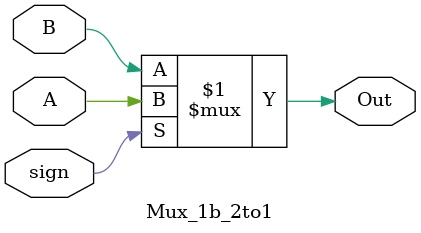
<source format=v>
module Mux_1b_2to1(A, B, sign, Out);
	
	input A, B, sign;
	output Out;
	
	assign Out = sign ? A : B;
	
endmodule

</source>
